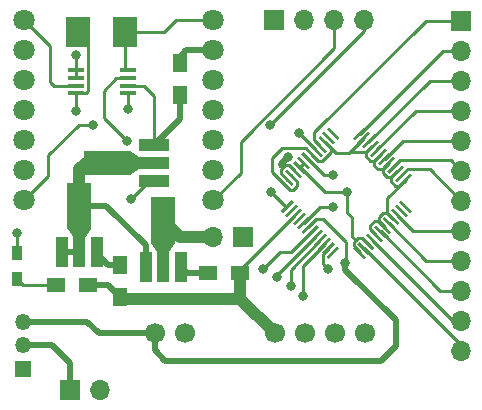
<source format=gtl>
G04 #@! TF.GenerationSoftware,KiCad,Pcbnew,(5.1.10-1-10_14)*
G04 #@! TF.CreationDate,2022-02-17T23:12:15-06:00*
G04 #@! TF.ProjectId,OpenEstim++,4f70656e-4573-4746-996d-2b2b2e6b6963,rev?*
G04 #@! TF.SameCoordinates,Original*
G04 #@! TF.FileFunction,Copper,L1,Top*
G04 #@! TF.FilePolarity,Positive*
%FSLAX46Y46*%
G04 Gerber Fmt 4.6, Leading zero omitted, Abs format (unit mm)*
G04 Created by KiCad (PCBNEW (5.1.10-1-10_14)) date 2022-02-17 23:12:15*
%MOMM*%
%LPD*%
G01*
G04 APERTURE LIST*
G04 #@! TA.AperFunction,SMDPad,CuDef*
%ADD10R,1.500000X1.300000*%
G04 #@! TD*
G04 #@! TA.AperFunction,SMDPad,CuDef*
%ADD11R,1.450000X0.450000*%
G04 #@! TD*
G04 #@! TA.AperFunction,ComponentPad*
%ADD12C,1.800000*%
G04 #@! TD*
G04 #@! TA.AperFunction,ComponentPad*
%ADD13R,1.350000X1.350000*%
G04 #@! TD*
G04 #@! TA.AperFunction,ComponentPad*
%ADD14O,1.350000X1.350000*%
G04 #@! TD*
G04 #@! TA.AperFunction,SMDPad,CuDef*
%ADD15R,1.300000X1.500000*%
G04 #@! TD*
G04 #@! TA.AperFunction,ComponentPad*
%ADD16R,1.700000X1.700000*%
G04 #@! TD*
G04 #@! TA.AperFunction,ComponentPad*
%ADD17O,1.700000X1.700000*%
G04 #@! TD*
G04 #@! TA.AperFunction,SMDPad,CuDef*
%ADD18R,0.900000X1.200000*%
G04 #@! TD*
G04 #@! TA.AperFunction,SMDPad,CuDef*
%ADD19R,2.000000X2.500000*%
G04 #@! TD*
G04 #@! TA.AperFunction,SMDPad,CuDef*
%ADD20R,1.000000X2.500000*%
G04 #@! TD*
G04 #@! TA.AperFunction,SMDPad,CuDef*
%ADD21R,2.000000X4.000000*%
G04 #@! TD*
G04 #@! TA.AperFunction,SMDPad,CuDef*
%ADD22C,0.100000*%
G04 #@! TD*
G04 #@! TA.AperFunction,SMDPad,CuDef*
%ADD23R,2.500000X1.000000*%
G04 #@! TD*
G04 #@! TA.AperFunction,SMDPad,CuDef*
%ADD24R,4.000000X2.000000*%
G04 #@! TD*
G04 #@! TA.AperFunction,ComponentPad*
%ADD25C,1.700000*%
G04 #@! TD*
G04 #@! TA.AperFunction,ViaPad*
%ADD26C,0.800000*%
G04 #@! TD*
G04 #@! TA.AperFunction,Conductor*
%ADD27C,0.250000*%
G04 #@! TD*
G04 #@! TA.AperFunction,Conductor*
%ADD28C,0.500000*%
G04 #@! TD*
G04 #@! TA.AperFunction,Conductor*
%ADD29C,1.000000*%
G04 #@! TD*
G04 APERTURE END LIST*
D10*
X61050000Y-53650000D03*
X58350000Y-53650000D03*
D11*
X60050000Y-35475000D03*
X60050000Y-36125000D03*
X60050000Y-36775000D03*
X60050000Y-37425000D03*
X64450000Y-37425000D03*
X64450000Y-36775000D03*
X64450000Y-36125000D03*
X64450000Y-35475000D03*
D12*
X55650000Y-46470000D03*
X71650000Y-46470000D03*
X55650000Y-43930000D03*
X71650000Y-43930000D03*
X55650000Y-41390000D03*
X71650000Y-41390000D03*
X55650000Y-38850000D03*
X71650000Y-38850000D03*
X55650000Y-36310000D03*
X71650000Y-36310000D03*
X55650000Y-33770000D03*
X71650000Y-33770000D03*
X55650000Y-31230000D03*
X71650000Y-31230000D03*
D13*
X55600000Y-60750000D03*
D14*
X55600000Y-58750000D03*
X55600000Y-56750000D03*
D10*
X73950000Y-52600000D03*
X71250000Y-52600000D03*
D15*
X68850000Y-37550000D03*
X68850000Y-34850000D03*
X63800000Y-54650000D03*
X63800000Y-51950000D03*
D16*
X76850000Y-31200000D03*
D17*
X79390000Y-31200000D03*
X81930000Y-31200000D03*
X84470000Y-31200000D03*
D16*
X92650000Y-31250000D03*
D17*
X92650000Y-33790000D03*
X92650000Y-36330000D03*
X92650000Y-38870000D03*
X92650000Y-41410000D03*
X92650000Y-43950000D03*
X92650000Y-46490000D03*
X92650000Y-49030000D03*
X92650000Y-51570000D03*
X92650000Y-54110000D03*
X92650000Y-56650000D03*
X92650000Y-59190000D03*
X62100000Y-62550000D03*
D16*
X59560000Y-62550000D03*
X74200000Y-49550000D03*
D17*
X71660000Y-49550000D03*
D18*
X55050000Y-50950000D03*
X55050000Y-53150000D03*
D19*
X64250000Y-32250000D03*
X60250000Y-32250000D03*
D20*
X65950000Y-52080000D03*
X67450000Y-52080000D03*
X68950000Y-52080000D03*
D21*
X67450000Y-48120000D03*
G04 #@! TA.AperFunction,SMDPad,CuDef*
D22*
G36*
X68450000Y-50095000D02*
G01*
X67950000Y-50845000D01*
X66950000Y-50845000D01*
X66450000Y-50095000D01*
X68450000Y-50095000D01*
G37*
G04 #@! TD.AperFunction*
D23*
X66660000Y-44800000D03*
X66660000Y-43300000D03*
X66660000Y-41800000D03*
D24*
X62700000Y-43300000D03*
G04 #@! TA.AperFunction,SMDPad,CuDef*
D22*
G36*
X64675000Y-42300000D02*
G01*
X65425000Y-42800000D01*
X65425000Y-43800000D01*
X64675000Y-44300000D01*
X64675000Y-42300000D01*
G37*
G04 #@! TD.AperFunction*
D20*
X58850000Y-50880000D03*
X60350000Y-50880000D03*
X61850000Y-50880000D03*
D21*
X60350000Y-46920000D03*
G04 #@! TA.AperFunction,SMDPad,CuDef*
D22*
G36*
X61350000Y-48895000D02*
G01*
X60850000Y-49645000D01*
X59850000Y-49645000D01*
X59350000Y-48895000D01*
X61350000Y-48895000D01*
G37*
G04 #@! TD.AperFunction*
D25*
X84490000Y-57750000D03*
X81950000Y-57750000D03*
X79410000Y-57750000D03*
X76870000Y-57750000D03*
X69250000Y-57750000D03*
X66710000Y-57750000D03*
G04 #@! TA.AperFunction,SMDPad,CuDef*
D22*
G36*
X81270621Y-40458311D02*
G01*
X81447398Y-40281534D01*
X82366637Y-41200773D01*
X82189860Y-41377550D01*
X81270621Y-40458311D01*
G37*
G04 #@! TD.AperFunction*
G04 #@! TA.AperFunction,SMDPad,CuDef*
G36*
X80917068Y-40811864D02*
G01*
X81093845Y-40635087D01*
X82013084Y-41554326D01*
X81836307Y-41731103D01*
X80917068Y-40811864D01*
G37*
G04 #@! TD.AperFunction*
G04 #@! TA.AperFunction,SMDPad,CuDef*
G36*
X80563514Y-41165418D02*
G01*
X80740291Y-40988641D01*
X81659530Y-41907880D01*
X81482753Y-42084657D01*
X80563514Y-41165418D01*
G37*
G04 #@! TD.AperFunction*
G04 #@! TA.AperFunction,SMDPad,CuDef*
G36*
X80209961Y-41518971D02*
G01*
X80386738Y-41342194D01*
X81305977Y-42261433D01*
X81129200Y-42438210D01*
X80209961Y-41518971D01*
G37*
G04 #@! TD.AperFunction*
G04 #@! TA.AperFunction,SMDPad,CuDef*
G36*
X79856408Y-41872524D02*
G01*
X80033185Y-41695747D01*
X80952424Y-42614986D01*
X80775647Y-42791763D01*
X79856408Y-41872524D01*
G37*
G04 #@! TD.AperFunction*
G04 #@! TA.AperFunction,SMDPad,CuDef*
G36*
X79502854Y-42226078D02*
G01*
X79679631Y-42049301D01*
X80598870Y-42968540D01*
X80422093Y-43145317D01*
X79502854Y-42226078D01*
G37*
G04 #@! TD.AperFunction*
G04 #@! TA.AperFunction,SMDPad,CuDef*
G36*
X79149301Y-42579631D02*
G01*
X79326078Y-42402854D01*
X80245317Y-43322093D01*
X80068540Y-43498870D01*
X79149301Y-42579631D01*
G37*
G04 #@! TD.AperFunction*
G04 #@! TA.AperFunction,SMDPad,CuDef*
G36*
X78795747Y-42933185D02*
G01*
X78972524Y-42756408D01*
X79891763Y-43675647D01*
X79714986Y-43852424D01*
X78795747Y-42933185D01*
G37*
G04 #@! TD.AperFunction*
G04 #@! TA.AperFunction,SMDPad,CuDef*
G36*
X78442194Y-43286738D02*
G01*
X78618971Y-43109961D01*
X79538210Y-44029200D01*
X79361433Y-44205977D01*
X78442194Y-43286738D01*
G37*
G04 #@! TD.AperFunction*
G04 #@! TA.AperFunction,SMDPad,CuDef*
G36*
X78088641Y-43640291D02*
G01*
X78265418Y-43463514D01*
X79184657Y-44382753D01*
X79007880Y-44559530D01*
X78088641Y-43640291D01*
G37*
G04 #@! TD.AperFunction*
G04 #@! TA.AperFunction,SMDPad,CuDef*
G36*
X77735087Y-43993845D02*
G01*
X77911864Y-43817068D01*
X78831103Y-44736307D01*
X78654326Y-44913084D01*
X77735087Y-43993845D01*
G37*
G04 #@! TD.AperFunction*
G04 #@! TA.AperFunction,SMDPad,CuDef*
G36*
X77381534Y-44347398D02*
G01*
X77558311Y-44170621D01*
X78477550Y-45089860D01*
X78300773Y-45266637D01*
X77381534Y-44347398D01*
G37*
G04 #@! TD.AperFunction*
G04 #@! TA.AperFunction,SMDPad,CuDef*
G36*
X77558311Y-47529379D02*
G01*
X77381534Y-47352602D01*
X78300773Y-46433363D01*
X78477550Y-46610140D01*
X77558311Y-47529379D01*
G37*
G04 #@! TD.AperFunction*
G04 #@! TA.AperFunction,SMDPad,CuDef*
G36*
X77911864Y-47882932D02*
G01*
X77735087Y-47706155D01*
X78654326Y-46786916D01*
X78831103Y-46963693D01*
X77911864Y-47882932D01*
G37*
G04 #@! TD.AperFunction*
G04 #@! TA.AperFunction,SMDPad,CuDef*
G36*
X78265418Y-48236486D02*
G01*
X78088641Y-48059709D01*
X79007880Y-47140470D01*
X79184657Y-47317247D01*
X78265418Y-48236486D01*
G37*
G04 #@! TD.AperFunction*
G04 #@! TA.AperFunction,SMDPad,CuDef*
G36*
X78618971Y-48590039D02*
G01*
X78442194Y-48413262D01*
X79361433Y-47494023D01*
X79538210Y-47670800D01*
X78618971Y-48590039D01*
G37*
G04 #@! TD.AperFunction*
G04 #@! TA.AperFunction,SMDPad,CuDef*
G36*
X78972524Y-48943592D02*
G01*
X78795747Y-48766815D01*
X79714986Y-47847576D01*
X79891763Y-48024353D01*
X78972524Y-48943592D01*
G37*
G04 #@! TD.AperFunction*
G04 #@! TA.AperFunction,SMDPad,CuDef*
G36*
X79326078Y-49297146D02*
G01*
X79149301Y-49120369D01*
X80068540Y-48201130D01*
X80245317Y-48377907D01*
X79326078Y-49297146D01*
G37*
G04 #@! TD.AperFunction*
G04 #@! TA.AperFunction,SMDPad,CuDef*
G36*
X79679631Y-49650699D02*
G01*
X79502854Y-49473922D01*
X80422093Y-48554683D01*
X80598870Y-48731460D01*
X79679631Y-49650699D01*
G37*
G04 #@! TD.AperFunction*
G04 #@! TA.AperFunction,SMDPad,CuDef*
G36*
X80033185Y-50004253D02*
G01*
X79856408Y-49827476D01*
X80775647Y-48908237D01*
X80952424Y-49085014D01*
X80033185Y-50004253D01*
G37*
G04 #@! TD.AperFunction*
G04 #@! TA.AperFunction,SMDPad,CuDef*
G36*
X80386738Y-50357806D02*
G01*
X80209961Y-50181029D01*
X81129200Y-49261790D01*
X81305977Y-49438567D01*
X80386738Y-50357806D01*
G37*
G04 #@! TD.AperFunction*
G04 #@! TA.AperFunction,SMDPad,CuDef*
G36*
X80740291Y-50711359D02*
G01*
X80563514Y-50534582D01*
X81482753Y-49615343D01*
X81659530Y-49792120D01*
X80740291Y-50711359D01*
G37*
G04 #@! TD.AperFunction*
G04 #@! TA.AperFunction,SMDPad,CuDef*
G36*
X81093845Y-51064913D02*
G01*
X80917068Y-50888136D01*
X81836307Y-49968897D01*
X82013084Y-50145674D01*
X81093845Y-51064913D01*
G37*
G04 #@! TD.AperFunction*
G04 #@! TA.AperFunction,SMDPad,CuDef*
G36*
X81447398Y-51418466D02*
G01*
X81270621Y-51241689D01*
X82189860Y-50322450D01*
X82366637Y-50499227D01*
X81447398Y-51418466D01*
G37*
G04 #@! TD.AperFunction*
G04 #@! TA.AperFunction,SMDPad,CuDef*
G36*
X83533363Y-50499227D02*
G01*
X83710140Y-50322450D01*
X84629379Y-51241689D01*
X84452602Y-51418466D01*
X83533363Y-50499227D01*
G37*
G04 #@! TD.AperFunction*
G04 #@! TA.AperFunction,SMDPad,CuDef*
G36*
X83886916Y-50145674D02*
G01*
X84063693Y-49968897D01*
X84982932Y-50888136D01*
X84806155Y-51064913D01*
X83886916Y-50145674D01*
G37*
G04 #@! TD.AperFunction*
G04 #@! TA.AperFunction,SMDPad,CuDef*
G36*
X84240470Y-49792120D02*
G01*
X84417247Y-49615343D01*
X85336486Y-50534582D01*
X85159709Y-50711359D01*
X84240470Y-49792120D01*
G37*
G04 #@! TD.AperFunction*
G04 #@! TA.AperFunction,SMDPad,CuDef*
G36*
X84594023Y-49438567D02*
G01*
X84770800Y-49261790D01*
X85690039Y-50181029D01*
X85513262Y-50357806D01*
X84594023Y-49438567D01*
G37*
G04 #@! TD.AperFunction*
G04 #@! TA.AperFunction,SMDPad,CuDef*
G36*
X84947576Y-49085014D02*
G01*
X85124353Y-48908237D01*
X86043592Y-49827476D01*
X85866815Y-50004253D01*
X84947576Y-49085014D01*
G37*
G04 #@! TD.AperFunction*
G04 #@! TA.AperFunction,SMDPad,CuDef*
G36*
X85301130Y-48731460D02*
G01*
X85477907Y-48554683D01*
X86397146Y-49473922D01*
X86220369Y-49650699D01*
X85301130Y-48731460D01*
G37*
G04 #@! TD.AperFunction*
G04 #@! TA.AperFunction,SMDPad,CuDef*
G36*
X85654683Y-48377907D02*
G01*
X85831460Y-48201130D01*
X86750699Y-49120369D01*
X86573922Y-49297146D01*
X85654683Y-48377907D01*
G37*
G04 #@! TD.AperFunction*
G04 #@! TA.AperFunction,SMDPad,CuDef*
G36*
X86008237Y-48024353D02*
G01*
X86185014Y-47847576D01*
X87104253Y-48766815D01*
X86927476Y-48943592D01*
X86008237Y-48024353D01*
G37*
G04 #@! TD.AperFunction*
G04 #@! TA.AperFunction,SMDPad,CuDef*
G36*
X86361790Y-47670800D02*
G01*
X86538567Y-47494023D01*
X87457806Y-48413262D01*
X87281029Y-48590039D01*
X86361790Y-47670800D01*
G37*
G04 #@! TD.AperFunction*
G04 #@! TA.AperFunction,SMDPad,CuDef*
G36*
X86715343Y-47317247D02*
G01*
X86892120Y-47140470D01*
X87811359Y-48059709D01*
X87634582Y-48236486D01*
X86715343Y-47317247D01*
G37*
G04 #@! TD.AperFunction*
G04 #@! TA.AperFunction,SMDPad,CuDef*
G36*
X87068897Y-46963693D02*
G01*
X87245674Y-46786916D01*
X88164913Y-47706155D01*
X87988136Y-47882932D01*
X87068897Y-46963693D01*
G37*
G04 #@! TD.AperFunction*
G04 #@! TA.AperFunction,SMDPad,CuDef*
G36*
X87422450Y-46610140D02*
G01*
X87599227Y-46433363D01*
X88518466Y-47352602D01*
X88341689Y-47529379D01*
X87422450Y-46610140D01*
G37*
G04 #@! TD.AperFunction*
G04 #@! TA.AperFunction,SMDPad,CuDef*
G36*
X87599227Y-45266637D02*
G01*
X87422450Y-45089860D01*
X88341689Y-44170621D01*
X88518466Y-44347398D01*
X87599227Y-45266637D01*
G37*
G04 #@! TD.AperFunction*
G04 #@! TA.AperFunction,SMDPad,CuDef*
G36*
X87245674Y-44913084D02*
G01*
X87068897Y-44736307D01*
X87988136Y-43817068D01*
X88164913Y-43993845D01*
X87245674Y-44913084D01*
G37*
G04 #@! TD.AperFunction*
G04 #@! TA.AperFunction,SMDPad,CuDef*
G36*
X86892120Y-44559530D02*
G01*
X86715343Y-44382753D01*
X87634582Y-43463514D01*
X87811359Y-43640291D01*
X86892120Y-44559530D01*
G37*
G04 #@! TD.AperFunction*
G04 #@! TA.AperFunction,SMDPad,CuDef*
G36*
X86538567Y-44205977D02*
G01*
X86361790Y-44029200D01*
X87281029Y-43109961D01*
X87457806Y-43286738D01*
X86538567Y-44205977D01*
G37*
G04 #@! TD.AperFunction*
G04 #@! TA.AperFunction,SMDPad,CuDef*
G36*
X86185014Y-43852424D02*
G01*
X86008237Y-43675647D01*
X86927476Y-42756408D01*
X87104253Y-42933185D01*
X86185014Y-43852424D01*
G37*
G04 #@! TD.AperFunction*
G04 #@! TA.AperFunction,SMDPad,CuDef*
G36*
X85831460Y-43498870D02*
G01*
X85654683Y-43322093D01*
X86573922Y-42402854D01*
X86750699Y-42579631D01*
X85831460Y-43498870D01*
G37*
G04 #@! TD.AperFunction*
G04 #@! TA.AperFunction,SMDPad,CuDef*
G36*
X85477907Y-43145317D02*
G01*
X85301130Y-42968540D01*
X86220369Y-42049301D01*
X86397146Y-42226078D01*
X85477907Y-43145317D01*
G37*
G04 #@! TD.AperFunction*
G04 #@! TA.AperFunction,SMDPad,CuDef*
G36*
X85124353Y-42791763D02*
G01*
X84947576Y-42614986D01*
X85866815Y-41695747D01*
X86043592Y-41872524D01*
X85124353Y-42791763D01*
G37*
G04 #@! TD.AperFunction*
G04 #@! TA.AperFunction,SMDPad,CuDef*
G36*
X84770800Y-42438210D02*
G01*
X84594023Y-42261433D01*
X85513262Y-41342194D01*
X85690039Y-41518971D01*
X84770800Y-42438210D01*
G37*
G04 #@! TD.AperFunction*
G04 #@! TA.AperFunction,SMDPad,CuDef*
G36*
X84417247Y-42084657D02*
G01*
X84240470Y-41907880D01*
X85159709Y-40988641D01*
X85336486Y-41165418D01*
X84417247Y-42084657D01*
G37*
G04 #@! TD.AperFunction*
G04 #@! TA.AperFunction,SMDPad,CuDef*
G36*
X84063693Y-41731103D02*
G01*
X83886916Y-41554326D01*
X84806155Y-40635087D01*
X84982932Y-40811864D01*
X84063693Y-41731103D01*
G37*
G04 #@! TD.AperFunction*
G04 #@! TA.AperFunction,SMDPad,CuDef*
G36*
X83710140Y-41377550D02*
G01*
X83533363Y-41200773D01*
X84452602Y-40281534D01*
X84629379Y-40458311D01*
X83710140Y-41377550D01*
G37*
G04 #@! TD.AperFunction*
D26*
X75925000Y-52300000D03*
X77075000Y-52950000D03*
X78225000Y-53750000D03*
X61475000Y-40075000D03*
X76450153Y-40125153D03*
X79250000Y-54600000D03*
X60050000Y-38900000D03*
X76550000Y-45800000D03*
X81400000Y-52300000D03*
X81850000Y-47000000D03*
X81850000Y-44350000D03*
X78900000Y-40800000D03*
X55100000Y-49200000D03*
X82875000Y-51775000D03*
X60050000Y-34200000D03*
X64450000Y-38750000D03*
X64375000Y-41475000D03*
X64725000Y-46325000D03*
X83000000Y-45800000D03*
X78050000Y-42800000D03*
D27*
X55650000Y-31230000D02*
X57850000Y-33430000D01*
X58175000Y-36775000D02*
X60050000Y-36775000D01*
X57850000Y-36450000D02*
X58175000Y-36775000D01*
X57850000Y-33430000D02*
X57850000Y-36450000D01*
X80050862Y-49102691D02*
X79531397Y-49622156D01*
X75925000Y-52300000D02*
X77350000Y-50875000D01*
X78278553Y-50875000D02*
X80050862Y-49102691D01*
X77350000Y-50875000D02*
X78278553Y-50875000D01*
X80404416Y-49456245D02*
X79788495Y-50072166D01*
X77075000Y-52785661D02*
X80404416Y-49456245D01*
X77075000Y-52950000D02*
X77075000Y-52785661D01*
X78225000Y-52342767D02*
X80757969Y-49809798D01*
X78225000Y-53750000D02*
X78225000Y-52342767D01*
X55650000Y-46470000D02*
X57725000Y-44395000D01*
X57725000Y-44395000D02*
X57725000Y-42625000D01*
X60275000Y-40075000D02*
X61475000Y-40075000D01*
X57725000Y-42625000D02*
X60275000Y-40075000D01*
X84470000Y-32105306D02*
X76450153Y-40125153D01*
X84470000Y-31200000D02*
X84470000Y-32105306D01*
X71650000Y-46470000D02*
X74000000Y-44120000D01*
X74000000Y-44120000D02*
X74000000Y-41550000D01*
X81930000Y-33620000D02*
X81930000Y-31200000D01*
X74000000Y-41550000D02*
X81930000Y-33620000D01*
X79250000Y-52024873D02*
X81111522Y-50163351D01*
X79250000Y-54600000D02*
X79250000Y-52024873D01*
X60050000Y-37425000D02*
X60050000Y-38900000D01*
D28*
X68850000Y-34300000D02*
X69380000Y-33770000D01*
X69380000Y-33770000D02*
X71650000Y-33770000D01*
X68850000Y-34850000D02*
X68850000Y-34300000D01*
D27*
X77929542Y-46981371D02*
X77731371Y-46981371D01*
X77731371Y-46981371D02*
X76550000Y-45800000D01*
X81465076Y-50534924D02*
X80945611Y-51054389D01*
X80945611Y-51845611D02*
X81400000Y-52300000D01*
X80945611Y-51054389D02*
X80945611Y-51845611D01*
X81465076Y-50516905D02*
X81465076Y-50534924D01*
X79354416Y-48395584D02*
X80750000Y-47000000D01*
X80750000Y-47000000D02*
X81850000Y-47000000D01*
X79343755Y-48395584D02*
X79354416Y-48395584D01*
X79697309Y-42950862D02*
X81096447Y-44350000D01*
X81096447Y-44350000D02*
X81850000Y-44350000D01*
X79697309Y-42950862D02*
X79700862Y-42950862D01*
X60250000Y-32250000D02*
X61100001Y-33100001D01*
X61100001Y-33100001D02*
X61100001Y-37260001D01*
X61100001Y-37260001D02*
X60935002Y-37425000D01*
X60935002Y-37425000D02*
X60050000Y-37425000D01*
X80404416Y-42243755D02*
X80393755Y-42243755D01*
X78950000Y-40800000D02*
X78900000Y-40800000D01*
X80393755Y-42243755D02*
X78950000Y-40800000D01*
X55050000Y-49250000D02*
X55100000Y-49200000D01*
X55050000Y-50950000D02*
X55050000Y-49250000D01*
X79697309Y-48749138D02*
X79700862Y-48749138D01*
X79700862Y-48749138D02*
X80400000Y-48050000D01*
X80950000Y-48050000D02*
X82900000Y-50000000D01*
X80400000Y-48050000D02*
X80950000Y-48050000D01*
X67550000Y-32250000D02*
X68570000Y-31230000D01*
X68570000Y-31230000D02*
X71650000Y-31230000D01*
X64250000Y-32250000D02*
X67550000Y-32250000D01*
X64250000Y-32250000D02*
X64250000Y-35275000D01*
X64250000Y-35275000D02*
X64450000Y-35475000D01*
X82900000Y-51750000D02*
X82875000Y-51775000D01*
X82900000Y-50000000D02*
X82900000Y-51750000D01*
D28*
X82875000Y-52340685D02*
X87150000Y-56615685D01*
X82875000Y-51775000D02*
X82875000Y-52340685D01*
X87150000Y-56615685D02*
X87150000Y-58825000D01*
X87150000Y-58825000D02*
X85925000Y-60050000D01*
X85925000Y-60050000D02*
X67575000Y-60050000D01*
X66710000Y-59185000D02*
X66710000Y-57750000D01*
X67575000Y-60050000D02*
X66710000Y-59185000D01*
X55600000Y-56750000D02*
X61000000Y-56750000D01*
X62000000Y-57750000D02*
X66710000Y-57750000D01*
X61000000Y-56750000D02*
X62000000Y-57750000D01*
D27*
X60050000Y-35475000D02*
X60050000Y-34200000D01*
X64450000Y-37425000D02*
X64450000Y-38750000D01*
X60050000Y-35475000D02*
X60050000Y-36125000D01*
X65825000Y-36775000D02*
X66660000Y-37610000D01*
X66660000Y-37610000D02*
X66660000Y-41800000D01*
X64450000Y-36775000D02*
X65825000Y-36775000D01*
D28*
X68850000Y-37550000D02*
X68850000Y-39610000D01*
X68850000Y-39610000D02*
X66660000Y-41800000D01*
D27*
X64450000Y-36125000D02*
X63475000Y-36125000D01*
X63475000Y-36125000D02*
X62400000Y-37200000D01*
X62400000Y-37200000D02*
X62400000Y-38700000D01*
X62400000Y-39500000D02*
X64375000Y-41475000D01*
X62400000Y-38700000D02*
X62400000Y-39500000D01*
X66250000Y-44800000D02*
X66660000Y-44800000D01*
X64725000Y-46325000D02*
X66250000Y-44800000D01*
X62700000Y-43300000D02*
X66660000Y-43300000D01*
D28*
X65950000Y-52080000D02*
X65950000Y-51050000D01*
X60350000Y-46920000D02*
X60350000Y-50880000D01*
X58850000Y-50880000D02*
X60350000Y-50880000D01*
D29*
X62700000Y-43300000D02*
X60900000Y-43300000D01*
X60350000Y-43850000D02*
X60350000Y-46920000D01*
X60900000Y-43300000D02*
X60350000Y-43850000D01*
D28*
X60350000Y-46920000D02*
X62620000Y-46920000D01*
X65950000Y-50250000D02*
X65950000Y-52080000D01*
X62620000Y-46920000D02*
X65950000Y-50250000D01*
X61850000Y-50880000D02*
X61850000Y-51050000D01*
X62750000Y-51950000D02*
X63800000Y-51950000D01*
X61850000Y-51050000D02*
X62750000Y-51950000D01*
D29*
X67470000Y-48100000D02*
X67450000Y-48120000D01*
D27*
X67450000Y-48120000D02*
X67450000Y-52080000D01*
D29*
X68880000Y-49550000D02*
X67450000Y-48120000D01*
X71660000Y-49550000D02*
X68880000Y-49550000D01*
D28*
X69470000Y-52600000D02*
X68950000Y-52080000D01*
X71250000Y-52600000D02*
X69470000Y-52600000D01*
D27*
X85495584Y-49445584D02*
X84976120Y-48926120D01*
X85679673Y-48229673D02*
X85683227Y-48233227D01*
X84976120Y-48926120D02*
X84976120Y-48596835D01*
X84976120Y-48596835D02*
X85343282Y-48229673D01*
X85343282Y-48229673D02*
X85679673Y-48229673D01*
X85495584Y-49456245D02*
X85495584Y-49445584D01*
X86199138Y-48749138D02*
X85683227Y-48233227D01*
X85683227Y-48233227D02*
X85683227Y-47889728D01*
X85683227Y-47889728D02*
X86050389Y-47522566D01*
X86050389Y-47522566D02*
X86390333Y-47522566D01*
X86390333Y-47522566D02*
X86909798Y-48042031D01*
X86202691Y-48749138D02*
X86199138Y-48749138D01*
X86892031Y-48042031D02*
X86390333Y-47540333D01*
X86390333Y-47540333D02*
X86390333Y-46298754D01*
X86390333Y-46298754D02*
X87970458Y-44718629D01*
X86909798Y-48042031D02*
X86892031Y-48042031D01*
X87263351Y-44011522D02*
X86743887Y-44530986D01*
X86743887Y-44530986D02*
X86743887Y-44870932D01*
X87450993Y-45238094D02*
X87970458Y-44718629D01*
X86743887Y-44870932D02*
X87111049Y-45238094D01*
X87111049Y-45238094D02*
X87450993Y-45238094D01*
X86026120Y-43823880D02*
X86026120Y-44153165D01*
X86026120Y-44153165D02*
X86403942Y-44530987D01*
X86036781Y-43823880D02*
X86026120Y-43823880D01*
X86403942Y-44530987D02*
X86743886Y-44530987D01*
X86743886Y-44530987D02*
X87263351Y-44011522D01*
X85329673Y-43529673D02*
X85623880Y-43823880D01*
X85623880Y-43823880D02*
X86036781Y-43823880D01*
X86036781Y-43823880D02*
X86556245Y-43304416D01*
X85849138Y-42597309D02*
X85329673Y-43116774D01*
X85329673Y-43116774D02*
X85329673Y-43529673D01*
X85329674Y-43116773D02*
X85849138Y-42597309D01*
X85142031Y-41890202D02*
X84622566Y-42409667D01*
X84622566Y-42409667D02*
X84622566Y-42749611D01*
X84622566Y-42749611D02*
X84989728Y-43116773D01*
X84989728Y-43116773D02*
X85329674Y-43116773D01*
X85142031Y-41907969D02*
X84640333Y-42409667D01*
X84640333Y-42409667D02*
X83208352Y-42409667D01*
X83208352Y-42409667D02*
X83150000Y-42468019D01*
X85142031Y-41890202D02*
X85142031Y-41907969D01*
X83150000Y-42468019D02*
X82042892Y-42468019D01*
X82042892Y-42468019D02*
X81111522Y-41536649D01*
X84434924Y-41183095D02*
X83150000Y-42468019D01*
X80050862Y-42600862D02*
X80566773Y-43116773D01*
X80910272Y-43116773D02*
X81630987Y-42396058D01*
X80566773Y-43116773D02*
X80910272Y-43116773D01*
X81630987Y-42396058D02*
X81630987Y-42056114D01*
X81630987Y-42056114D02*
X81111522Y-41536649D01*
X80050862Y-42597309D02*
X80050862Y-42600862D01*
X76675009Y-42924991D02*
X76675009Y-44100508D01*
X76675009Y-44100508D02*
X78166148Y-45591647D01*
X78166148Y-45591647D02*
X78435398Y-45591647D01*
X78435398Y-45591647D02*
X78802560Y-45224485D01*
X78802560Y-45224485D02*
X78802560Y-44884541D01*
X78802560Y-44884541D02*
X78283095Y-44365076D01*
X80050862Y-42597309D02*
X79528552Y-42074999D01*
X77525001Y-42074999D02*
X76675009Y-42924991D01*
X79528552Y-42074999D02*
X77525001Y-42074999D01*
X80238504Y-40711496D02*
X89700000Y-31250000D01*
X89700000Y-31250000D02*
X92650000Y-31250000D01*
X80757969Y-41890202D02*
X80238504Y-41370737D01*
X80238504Y-41370737D02*
X80238504Y-40711496D01*
X78990202Y-43657969D02*
X81132233Y-45800000D01*
X81132233Y-45800000D02*
X83000000Y-45800000D01*
X83450000Y-47950000D02*
X83450000Y-49550000D01*
X83450000Y-49550000D02*
X83736478Y-49836478D01*
X83000000Y-47500000D02*
X83450000Y-47950000D01*
X83000000Y-45800000D02*
X83000000Y-47500000D01*
X79343755Y-43304416D02*
X78990202Y-43657969D01*
X83561906Y-50011049D02*
X83736478Y-49836478D01*
X83736478Y-49836478D02*
X83929068Y-49643887D01*
X79343755Y-43304416D02*
X79354416Y-43304416D01*
X84081371Y-50870458D02*
X83561906Y-50350993D01*
X83561906Y-50350993D02*
X83561906Y-50011049D01*
X83929068Y-49643887D02*
X84269014Y-49643887D01*
X84269014Y-49643887D02*
X84788478Y-50163351D01*
D28*
X77450000Y-43450000D02*
X77546260Y-43546260D01*
X77450000Y-43400000D02*
X77450000Y-43450000D01*
X78050000Y-42800000D02*
X77450000Y-43400000D01*
D27*
X77777239Y-43492058D02*
X77410077Y-43859220D01*
X77410077Y-43859220D02*
X77410077Y-44199164D01*
X77410077Y-44199164D02*
X77929542Y-44718629D01*
X78636649Y-44011522D02*
X78117185Y-43492058D01*
X78117185Y-43492058D02*
X77777239Y-43492058D01*
X78636649Y-47688478D02*
X77725127Y-48600000D01*
X78636649Y-47688478D02*
X78628981Y-47688478D01*
X73950000Y-52375127D02*
X77725127Y-48600000D01*
X73950000Y-52600000D02*
X73950000Y-52375127D01*
D29*
X73950000Y-54830000D02*
X76870000Y-57750000D01*
X73950000Y-52600000D02*
X73950000Y-54830000D01*
D28*
X62800000Y-53650000D02*
X63800000Y-54650000D01*
X61050000Y-53650000D02*
X62800000Y-53650000D01*
D29*
X63980000Y-54830000D02*
X63800000Y-54650000D01*
X73950000Y-54830000D02*
X63980000Y-54830000D01*
D27*
X92650000Y-59190000D02*
X92650000Y-58731981D01*
X92650000Y-58731981D02*
X84434924Y-50516905D01*
X92650000Y-56650000D02*
X91982233Y-56650000D01*
X91982233Y-56650000D02*
X85142031Y-49809798D01*
X92650000Y-54110000D02*
X90856447Y-54110000D01*
X90856447Y-54110000D02*
X85849138Y-49102691D01*
X92650000Y-51570000D02*
X89730661Y-51570000D01*
X89730661Y-51570000D02*
X86556245Y-48395584D01*
X92650000Y-49030000D02*
X88604873Y-49030000D01*
X88604873Y-49030000D02*
X87263351Y-47688478D01*
X87616905Y-44365076D02*
X88136370Y-43845611D01*
X88136370Y-43845611D02*
X90005611Y-43845611D01*
X90005611Y-43845611D02*
X92650000Y-46490000D01*
X92650000Y-43950000D02*
X91800001Y-43100001D01*
X91800001Y-43100001D02*
X87467766Y-43100001D01*
X87467766Y-43100001D02*
X86909798Y-43657969D01*
X92650000Y-41410000D02*
X87743553Y-41410000D01*
X87743553Y-41410000D02*
X86202691Y-42950862D01*
X92650000Y-38870000D02*
X88869339Y-38870000D01*
X88869339Y-38870000D02*
X85495584Y-42243755D01*
X92650000Y-36330000D02*
X89995127Y-36330000D01*
X89995127Y-36330000D02*
X84788478Y-41536649D01*
X92650000Y-33790000D02*
X91120913Y-33790000D01*
X91120913Y-33790000D02*
X84081371Y-40829542D01*
X55550000Y-53650000D02*
X55050000Y-53150000D01*
X58350000Y-53650000D02*
X55550000Y-53650000D01*
D28*
X55600000Y-58750000D02*
X58050000Y-58750000D01*
X59560000Y-60260000D02*
X59560000Y-62550000D01*
X58050000Y-58750000D02*
X59560000Y-60260000D01*
M02*

</source>
